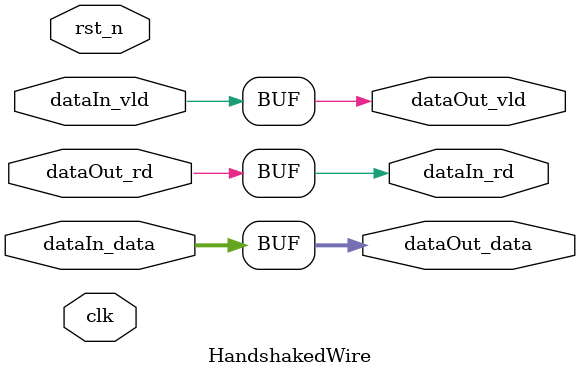
<source format=v>
module HandshakedWire #(
        parameter DATA_WIDTH = 8
    )(
        input clk,
        input [DATA_WIDTH- 1:0] dataIn_data,
        output dataIn_rd,
        input dataIn_vld,

        output [DATA_WIDTH- 1:0] dataOut_data,
        input dataOut_rd,
        output dataOut_vld,

        input rst_n
    );

    assign dataOut_data = dataIn_data;
    assign dataIn_rd = dataOut_rd;
    assign dataOut_vld = dataIn_vld;

endmodule
</source>
